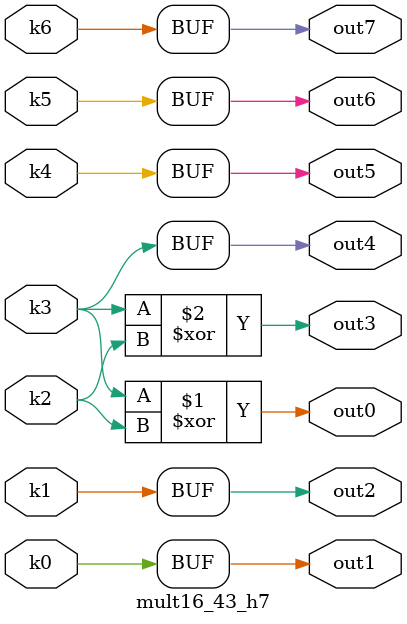
<source format=v>
module mult16_43(pi00, pi01, pi02, pi03, pi04, pi05, pi06, pi07, pi08, pi09, pi10, pi11, pi12, po0, po1, po2, po3, po4, po5, po6, po7);
input pi00, pi01, pi02, pi03, pi04, pi05, pi06, pi07, pi08, pi09, pi10, pi11, pi12;
output po0, po1, po2, po3, po4, po5, po6, po7;
wire k0, k1, k2, k3, k4, k5, k6;
mult16_43_w7 DUT1 (pi00, pi01, pi02, pi03, pi04, pi05, pi06, pi07, pi08, pi09, pi10, pi11, pi12, k0, k1, k2, k3, k4, k5, k6);
mult16_43_h7 DUT2 (k0, k1, k2, k3, k4, k5, k6, po0, po1, po2, po3, po4, po5, po6, po7);
endmodule

module mult16_43_w7(in12, in11, in10, in9, in8, in7, in6, in5, in4, in3, in2, in1, in0, k6, k5, k4, k3, k2, k1, k0);
input in12, in11, in10, in9, in8, in7, in6, in5, in4, in3, in2, in1, in0;
output k6, k5, k4, k3, k2, k1, k0;
assign k0 =   ((in4 ^ in3) & (((in2 ^ in1) & ((~in5 & ((in9 & in8 & (~in10 | ~in7)) | (in6 & in11 & (~in9 | ~in8)) | (in10 & in7 & ~in6))) | (in10 & in7 & (~in11 | (in9 & in8 & in6 & in5))) | (in9 & in8 & ~in11))) | (in11 & in5 & (~in2 ^ in1) & (in6 ? (~in10 | ~in7 | ~in9 | ~in8) : ((in10 & in7) | (in9 & in8)))))) | (in11 & (((in4 | in3) & ((in10 & in7 & in9 & in8 & in6 & ~in5 & (~in2 ^ in1)) | (~in6 & in5 & (in2 ^ in1) & (~in10 | ~in7) & (~in9 | ~in8)))) | (in10 & in7 & ((in6 & ~in5 & in4 & in3) | (in9 & in8 & in5 & ~in4 & ~in3))) | (in4 & in3 & ((in5 & (((~in10 | ~in7) & (~in9 | ~in8 | ~in6)) | (~in6 & (~in9 | ~in8)))) | (in9 & in8 & in6 & ~in5))))) | (in10 & in7 & ((in9 & in8 & in4 & in3 & (~in11 | ~in5)) | (in6 & in5 & ~in4 & ~in3 & (~in9 | ~in8)))) | ((~in10 | ~in7) & (((~in4 | ~in3) & (~in2 ^ in1) & (~in9 | ~in8) & (~in11 | (~in6 & ~in5))) | (~in4 & ~in3 & (~in11 | (in9 & in8 & in6 & in5) | (~in5 & (~in9 | ~in8 | ~in6)))))) | (~in4 & ~in3 & (~in9 | ~in8) & (~in11 | (~in6 & ~in5)));
assign k1 =   ((in2 & ~in1) | (((in9 & in8) | ((~in11 | ~in6 | (in10 & in7)) & (~in10 | ~in7 | (in11 & in6)))) & (~in9 | ~in8 | (((in10 & in7) | (in11 & in6)) & (~in11 | ~in10 | ~in7 | ~in6))))) & (in2 | ~in1);
assign k2 =   (~in12 | (~in5 & (~in6 | ((~in11 | ~in7) & (~in8 | ~in10))))) & in0 & (~in11 | ~in7 | ~in8 | ~in10);
assign k3 =   ((~in11 | ~in7 | ~in10 | ~in8) & ((~in6 & ((in12 & in5 & in0) | (~in5 & ~in0))) | (~in12 & ~in0))) | (((in12 & in5 & in0) | (~in5 & ~in0)) & (~in11 | ~in7) & (~in10 | ~in8)) | (in6 & ((in12 & ~in5 & in0 & ((in11 & in7) | (in10 & in8))) | (in5 & ~in0 & ((in11 & in7 & (~in10 | ~in8)) | (in10 & in8 & (~in11 | ~in7)))))) | (in11 & in7 & in10 & in8 & ((in0 & (~in12 | ~in5)) | (in12 & in5 & ~in0)));
assign k4 =   ((in2 ^ in1) & (((~in4 ^ in3) & (((~in9 | ~in8) & ((in11 & in6 & (~in10 | ~in7)) | (in10 & in7 & (~in11 | ~in6)))) | (in9 & in8 & ((in10 & in7) ^ (~in11 | ~in6))))) | ((in4 ^ in3) & (((~in9 | ~in8) & ((in10 & in7) ^ (~in11 | ~in6))) | (in9 & in8 & ((in11 & in6 & (~in10 | ~in7)) | (in10 & in7 & (~in11 | ~in6)))))))) | ((~in2 ^ in1) & (((((~in9 | ~in8) & ((in11 & in6 & (~in10 | ~in7)) | (in10 & in7 & (~in11 | ~in6)))) | (in9 & in8 & ((in10 & in7) ^ (~in11 | ~in6)))) & (in4 ^ in3)) | ((~in4 ^ in3) & (((~in9 | ~in8) & ((in10 & in7) ^ (~in11 | ~in6))) | (in9 & in8 & ((in11 & in6 & (~in10 | ~in7)) | (in10 & in7 & (~in11 | ~in6))))))));
assign k5 =   ((~in10 | ~in8) & ((in12 & in6 & (~in11 | ~in7)) | (in11 & in7 & (~in12 | ~in6)))) | (in10 & in8 & (((~in11 | ~in7) & (~in12 | ~in6)) | (in12 & in11 & in7 & in6)));
assign k6 =   in11 & in8;
endmodule

module mult16_43_h7(k6, k5, k4, k3, k2, k1, k0, out7, out6, out5, out4, out3, out2, out1, out0);
input k6, k5, k4, k3, k2, k1, k0;
output out7, out6, out5, out4, out3, out2, out1, out0;
assign out0 = k3 ^ k2;
assign out1 = k0;
assign out2 = k1;
assign out3 = k3 ^ k2;
assign out4 = k3;
assign out5 = k4;
assign out6 = k5;
assign out7 = k6;
endmodule

</source>
